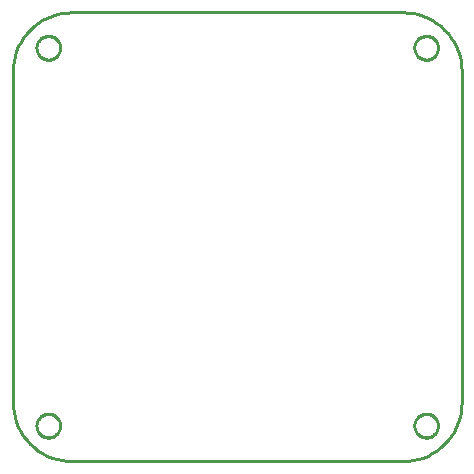
<source format=gbr>
G04 EAGLE Gerber RS-274X export*
G75*
%MOMM*%
%FSLAX34Y34*%
%LPD*%
%IN*%
%IPPOS*%
%AMOC8*
5,1,8,0,0,1.08239X$1,22.5*%
G01*
%ADD10C,0.254000*%


D10*
X0Y50000D02*
X190Y45642D01*
X760Y41318D01*
X1704Y37059D01*
X3015Y32899D01*
X4685Y28869D01*
X6699Y25000D01*
X9042Y21321D01*
X11698Y17861D01*
X14645Y14645D01*
X17861Y11698D01*
X21321Y9042D01*
X25000Y6699D01*
X28869Y4685D01*
X32899Y3015D01*
X37059Y1704D01*
X41318Y760D01*
X45642Y190D01*
X50000Y0D01*
X330000Y0D01*
X334358Y190D01*
X338682Y760D01*
X342941Y1704D01*
X347101Y3015D01*
X351131Y4685D01*
X355000Y6699D01*
X358679Y9042D01*
X362139Y11698D01*
X365355Y14645D01*
X368302Y17861D01*
X370958Y21321D01*
X373301Y25000D01*
X375315Y28869D01*
X376985Y32899D01*
X378296Y37059D01*
X379240Y41318D01*
X379810Y45642D01*
X380000Y50000D01*
X380000Y330000D01*
X379810Y334358D01*
X379240Y338682D01*
X378296Y342941D01*
X376985Y347101D01*
X375315Y351131D01*
X373301Y355000D01*
X370958Y358679D01*
X368302Y362139D01*
X365355Y365355D01*
X362139Y368302D01*
X358679Y370958D01*
X355000Y373301D01*
X351131Y375315D01*
X347101Y376985D01*
X342941Y378296D01*
X338682Y379240D01*
X334358Y379810D01*
X330000Y380000D01*
X50000Y380000D01*
X45642Y379810D01*
X41318Y379240D01*
X37059Y378296D01*
X32899Y376985D01*
X28869Y375315D01*
X25000Y373301D01*
X21321Y370958D01*
X17861Y368302D01*
X14645Y365355D01*
X11698Y362139D01*
X9042Y358679D01*
X6699Y355000D01*
X4685Y351131D01*
X3015Y347101D01*
X1704Y342941D01*
X760Y338682D01*
X190Y334358D01*
X0Y330000D01*
X0Y50000D01*
X40000Y349563D02*
X39924Y348694D01*
X39772Y347834D01*
X39546Y346990D01*
X39248Y346170D01*
X38879Y345378D01*
X38442Y344622D01*
X37941Y343907D01*
X37380Y343238D01*
X36762Y342620D01*
X36093Y342059D01*
X35378Y341558D01*
X34622Y341121D01*
X33830Y340752D01*
X33010Y340454D01*
X32166Y340228D01*
X31307Y340076D01*
X30437Y340000D01*
X29563Y340000D01*
X28694Y340076D01*
X27834Y340228D01*
X26990Y340454D01*
X26170Y340752D01*
X25378Y341121D01*
X24622Y341558D01*
X23907Y342059D01*
X23238Y342620D01*
X22620Y343238D01*
X22059Y343907D01*
X21558Y344622D01*
X21121Y345378D01*
X20752Y346170D01*
X20454Y346990D01*
X20228Y347834D01*
X20076Y348694D01*
X20000Y349563D01*
X20000Y350437D01*
X20076Y351307D01*
X20228Y352166D01*
X20454Y353010D01*
X20752Y353830D01*
X21121Y354622D01*
X21558Y355378D01*
X22059Y356093D01*
X22620Y356762D01*
X23238Y357380D01*
X23907Y357941D01*
X24622Y358442D01*
X25378Y358879D01*
X26170Y359248D01*
X26990Y359546D01*
X27834Y359772D01*
X28694Y359924D01*
X29563Y360000D01*
X30437Y360000D01*
X31307Y359924D01*
X32166Y359772D01*
X33010Y359546D01*
X33830Y359248D01*
X34622Y358879D01*
X35378Y358442D01*
X36093Y357941D01*
X36762Y357380D01*
X37380Y356762D01*
X37941Y356093D01*
X38442Y355378D01*
X38879Y354622D01*
X39248Y353830D01*
X39546Y353010D01*
X39772Y352166D01*
X39924Y351307D01*
X40000Y350437D01*
X40000Y349563D01*
X360000Y349563D02*
X359924Y348694D01*
X359772Y347834D01*
X359546Y346990D01*
X359248Y346170D01*
X358879Y345378D01*
X358442Y344622D01*
X357941Y343907D01*
X357380Y343238D01*
X356762Y342620D01*
X356093Y342059D01*
X355378Y341558D01*
X354622Y341121D01*
X353830Y340752D01*
X353010Y340454D01*
X352166Y340228D01*
X351307Y340076D01*
X350437Y340000D01*
X349563Y340000D01*
X348694Y340076D01*
X347834Y340228D01*
X346990Y340454D01*
X346170Y340752D01*
X345378Y341121D01*
X344622Y341558D01*
X343907Y342059D01*
X343238Y342620D01*
X342620Y343238D01*
X342059Y343907D01*
X341558Y344622D01*
X341121Y345378D01*
X340752Y346170D01*
X340454Y346990D01*
X340228Y347834D01*
X340076Y348694D01*
X340000Y349563D01*
X340000Y350437D01*
X340076Y351307D01*
X340228Y352166D01*
X340454Y353010D01*
X340752Y353830D01*
X341121Y354622D01*
X341558Y355378D01*
X342059Y356093D01*
X342620Y356762D01*
X343238Y357380D01*
X343907Y357941D01*
X344622Y358442D01*
X345378Y358879D01*
X346170Y359248D01*
X346990Y359546D01*
X347834Y359772D01*
X348694Y359924D01*
X349563Y360000D01*
X350437Y360000D01*
X351307Y359924D01*
X352166Y359772D01*
X353010Y359546D01*
X353830Y359248D01*
X354622Y358879D01*
X355378Y358442D01*
X356093Y357941D01*
X356762Y357380D01*
X357380Y356762D01*
X357941Y356093D01*
X358442Y355378D01*
X358879Y354622D01*
X359248Y353830D01*
X359546Y353010D01*
X359772Y352166D01*
X359924Y351307D01*
X360000Y350437D01*
X360000Y349563D01*
X360000Y29563D02*
X359924Y28694D01*
X359772Y27834D01*
X359546Y26990D01*
X359248Y26170D01*
X358879Y25378D01*
X358442Y24622D01*
X357941Y23907D01*
X357380Y23238D01*
X356762Y22620D01*
X356093Y22059D01*
X355378Y21558D01*
X354622Y21121D01*
X353830Y20752D01*
X353010Y20454D01*
X352166Y20228D01*
X351307Y20076D01*
X350437Y20000D01*
X349563Y20000D01*
X348694Y20076D01*
X347834Y20228D01*
X346990Y20454D01*
X346170Y20752D01*
X345378Y21121D01*
X344622Y21558D01*
X343907Y22059D01*
X343238Y22620D01*
X342620Y23238D01*
X342059Y23907D01*
X341558Y24622D01*
X341121Y25378D01*
X340752Y26170D01*
X340454Y26990D01*
X340228Y27834D01*
X340076Y28694D01*
X340000Y29563D01*
X340000Y30437D01*
X340076Y31307D01*
X340228Y32166D01*
X340454Y33010D01*
X340752Y33830D01*
X341121Y34622D01*
X341558Y35378D01*
X342059Y36093D01*
X342620Y36762D01*
X343238Y37380D01*
X343907Y37941D01*
X344622Y38442D01*
X345378Y38879D01*
X346170Y39248D01*
X346990Y39546D01*
X347834Y39772D01*
X348694Y39924D01*
X349563Y40000D01*
X350437Y40000D01*
X351307Y39924D01*
X352166Y39772D01*
X353010Y39546D01*
X353830Y39248D01*
X354622Y38879D01*
X355378Y38442D01*
X356093Y37941D01*
X356762Y37380D01*
X357380Y36762D01*
X357941Y36093D01*
X358442Y35378D01*
X358879Y34622D01*
X359248Y33830D01*
X359546Y33010D01*
X359772Y32166D01*
X359924Y31307D01*
X360000Y30437D01*
X360000Y29563D01*
X40000Y29563D02*
X39924Y28694D01*
X39772Y27834D01*
X39546Y26990D01*
X39248Y26170D01*
X38879Y25378D01*
X38442Y24622D01*
X37941Y23907D01*
X37380Y23238D01*
X36762Y22620D01*
X36093Y22059D01*
X35378Y21558D01*
X34622Y21121D01*
X33830Y20752D01*
X33010Y20454D01*
X32166Y20228D01*
X31307Y20076D01*
X30437Y20000D01*
X29563Y20000D01*
X28694Y20076D01*
X27834Y20228D01*
X26990Y20454D01*
X26170Y20752D01*
X25378Y21121D01*
X24622Y21558D01*
X23907Y22059D01*
X23238Y22620D01*
X22620Y23238D01*
X22059Y23907D01*
X21558Y24622D01*
X21121Y25378D01*
X20752Y26170D01*
X20454Y26990D01*
X20228Y27834D01*
X20076Y28694D01*
X20000Y29563D01*
X20000Y30437D01*
X20076Y31307D01*
X20228Y32166D01*
X20454Y33010D01*
X20752Y33830D01*
X21121Y34622D01*
X21558Y35378D01*
X22059Y36093D01*
X22620Y36762D01*
X23238Y37380D01*
X23907Y37941D01*
X24622Y38442D01*
X25378Y38879D01*
X26170Y39248D01*
X26990Y39546D01*
X27834Y39772D01*
X28694Y39924D01*
X29563Y40000D01*
X30437Y40000D01*
X31307Y39924D01*
X32166Y39772D01*
X33010Y39546D01*
X33830Y39248D01*
X34622Y38879D01*
X35378Y38442D01*
X36093Y37941D01*
X36762Y37380D01*
X37380Y36762D01*
X37941Y36093D01*
X38442Y35378D01*
X38879Y34622D01*
X39248Y33830D01*
X39546Y33010D01*
X39772Y32166D01*
X39924Y31307D01*
X40000Y30437D01*
X40000Y29563D01*
M02*

</source>
